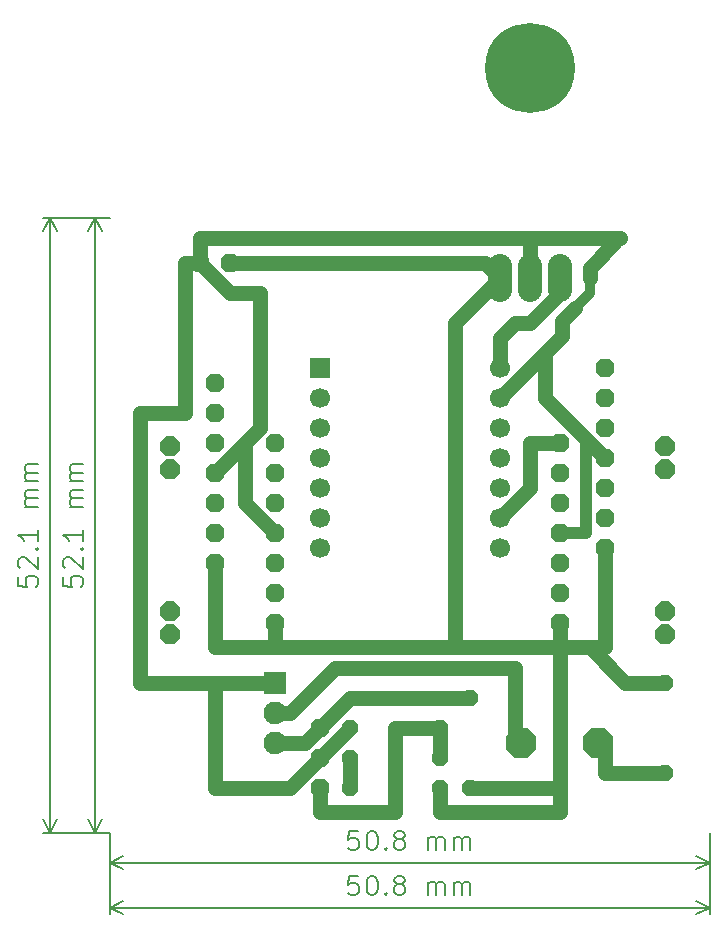
<source format=gbr>
%TF.GenerationSoftware,KiCad,Pcbnew,(6.0.8)*%
%TF.CreationDate,2023-05-05T16:47:41-05:00*%
%TF.ProjectId,MSoRo_v4.0_big_mode_RSC,4d536f52-6f5f-4763-942e-305f6269675f,rev?*%
%TF.SameCoordinates,Original*%
%TF.FileFunction,Copper,L1,Top*%
%TF.FilePolarity,Positive*%
%FSLAX46Y46*%
G04 Gerber Fmt 4.6, Leading zero omitted, Abs format (unit mm)*
G04 Created by KiCad (PCBNEW (6.0.8)) date 2023-05-05 16:47:41*
%MOMM*%
%LPD*%
G01*
G04 APERTURE LIST*
G04 Aperture macros list*
%AMOutline5P*
0 Free polygon, 5 corners , with rotation*
0 The origin of the aperture is its center*
0 number of corners: always 5*
0 $1 to $10 corner X, Y*
0 $11 Rotation angle, in degrees counterclockwise*
0 create outline with 5 corners*
4,1,5,$1,$2,$3,$4,$5,$6,$7,$8,$9,$10,$1,$2,$11*%
%AMOutline6P*
0 Free polygon, 6 corners , with rotation*
0 The origin of the aperture is its center*
0 number of corners: always 6*
0 $1 to $12 corner X, Y*
0 $13 Rotation angle, in degrees counterclockwise*
0 create outline with 6 corners*
4,1,6,$1,$2,$3,$4,$5,$6,$7,$8,$9,$10,$11,$12,$1,$2,$13*%
%AMOutline7P*
0 Free polygon, 7 corners , with rotation*
0 The origin of the aperture is its center*
0 number of corners: always 7*
0 $1 to $14 corner X, Y*
0 $15 Rotation angle, in degrees counterclockwise*
0 create outline with 7 corners*
4,1,7,$1,$2,$3,$4,$5,$6,$7,$8,$9,$10,$11,$12,$13,$14,$1,$2,$15*%
%AMOutline8P*
0 Free polygon, 8 corners , with rotation*
0 The origin of the aperture is its center*
0 number of corners: always 8*
0 $1 to $16 corner X, Y*
0 $17 Rotation angle, in degrees counterclockwise*
0 create outline with 8 corners*
4,1,8,$1,$2,$3,$4,$5,$6,$7,$8,$9,$10,$11,$12,$13,$14,$15,$16,$1,$2,$17*%
G04 Aperture macros list end*
%ADD10C,0.142240*%
%TA.AperFunction,NonConductor*%
%ADD11C,0.142240*%
%TD*%
%TA.AperFunction,NonConductor*%
%ADD12C,0.200000*%
%TD*%
%TA.AperFunction,ComponentPad*%
%ADD13Outline8P,-0.800100X0.331412X-0.331412X0.800100X0.331412X0.800100X0.800100X0.331412X0.800100X-0.331412X0.331412X-0.800100X-0.331412X-0.800100X-0.800100X-0.331412X0.000000*%
%TD*%
%TA.AperFunction,ComponentPad*%
%ADD14C,1.700000*%
%TD*%
%TA.AperFunction,ComponentPad*%
%ADD15R,1.700000X1.700000*%
%TD*%
%TA.AperFunction,ComponentPad*%
%ADD16C,7.620000*%
%TD*%
%TA.AperFunction,ComponentPad*%
%ADD17O,2.032000X4.064000*%
%TD*%
%TA.AperFunction,ComponentPad*%
%ADD18Outline8P,-0.660400X0.273547X-0.273547X0.660400X0.273547X0.660400X0.660400X0.273547X0.660400X-0.273547X0.273547X-0.660400X-0.273547X-0.660400X-0.660400X-0.273547X180.000000*%
%TD*%
%TA.AperFunction,ComponentPad*%
%ADD19Outline8P,-0.660400X0.273547X-0.273547X0.660400X0.273547X0.660400X0.660400X0.273547X0.660400X-0.273547X0.273547X-0.660400X-0.273547X-0.660400X-0.660400X-0.273547X0.000000*%
%TD*%
%TA.AperFunction,ComponentPad*%
%ADD20Outline8P,-0.660400X0.273547X-0.273547X0.660400X0.273547X0.660400X0.660400X0.273547X0.660400X-0.273547X0.273547X-0.660400X-0.273547X-0.660400X-0.660400X-0.273547X270.000000*%
%TD*%
%TA.AperFunction,ComponentPad*%
%ADD21Outline8P,-0.838200X0.347194X-0.347194X0.838200X0.347194X0.838200X0.838200X0.347194X0.838200X-0.347194X0.347194X-0.838200X-0.347194X-0.838200X-0.838200X-0.347194X90.000000*%
%TD*%
%TA.AperFunction,ComponentPad*%
%ADD22Outline8P,-0.660400X0.273547X-0.273547X0.660400X0.273547X0.660400X0.660400X0.273547X0.660400X-0.273547X0.273547X-0.660400X-0.273547X-0.660400X-0.660400X-0.273547X90.000000*%
%TD*%
%TA.AperFunction,ComponentPad*%
%ADD23Outline8P,-1.270000X0.526051X-0.526051X1.270000X0.526051X1.270000X1.270000X0.526051X1.270000X-0.526051X0.526051X-1.270000X-0.526051X-1.270000X-1.270000X-0.526051X0.000000*%
%TD*%
%TA.AperFunction,ComponentPad*%
%ADD24C,1.930400*%
%TD*%
%TA.AperFunction,ComponentPad*%
%ADD25R,1.930400X1.930400*%
%TD*%
%TA.AperFunction,Conductor*%
%ADD26C,1.270000*%
%TD*%
%TA.AperFunction,Conductor*%
%ADD27C,0.812800*%
%TD*%
%TA.AperFunction,Conductor*%
%ADD28C,1.016000*%
%TD*%
G04 APERTURE END LIST*
D10*
D11*
X119157326Y-109365626D02*
X119157326Y-110144560D01*
X119936260Y-110222453D01*
X119858366Y-110144560D01*
X119780473Y-109988773D01*
X119780473Y-109599306D01*
X119858366Y-109443520D01*
X119936260Y-109365626D01*
X120092046Y-109287733D01*
X120481513Y-109287733D01*
X120637300Y-109365626D01*
X120715193Y-109443520D01*
X120793086Y-109599306D01*
X120793086Y-109988773D01*
X120715193Y-110144560D01*
X120637300Y-110222453D01*
X119313113Y-108664586D02*
X119235220Y-108586693D01*
X119157326Y-108430906D01*
X119157326Y-108041440D01*
X119235220Y-107885653D01*
X119313113Y-107807760D01*
X119468900Y-107729866D01*
X119624686Y-107729866D01*
X119858366Y-107807760D01*
X120793086Y-108742480D01*
X120793086Y-107729866D01*
X120637300Y-107028826D02*
X120715193Y-106950933D01*
X120793086Y-107028826D01*
X120715193Y-107106720D01*
X120637300Y-107028826D01*
X120793086Y-107028826D01*
X120793086Y-105393066D02*
X120793086Y-106327786D01*
X120793086Y-105860426D02*
X119157326Y-105860426D01*
X119391006Y-106016213D01*
X119546793Y-106172000D01*
X119624686Y-106327786D01*
X120793086Y-103445733D02*
X119702580Y-103445733D01*
X119858366Y-103445733D02*
X119780473Y-103367840D01*
X119702580Y-103212053D01*
X119702580Y-102978373D01*
X119780473Y-102822586D01*
X119936260Y-102744693D01*
X120793086Y-102744693D01*
X119936260Y-102744693D02*
X119780473Y-102666800D01*
X119702580Y-102511013D01*
X119702580Y-102277333D01*
X119780473Y-102121546D01*
X119936260Y-102043653D01*
X120793086Y-102043653D01*
X120793086Y-101264720D02*
X119702580Y-101264720D01*
X119858366Y-101264720D02*
X119780473Y-101186826D01*
X119702580Y-101031040D01*
X119702580Y-100797360D01*
X119780473Y-100641573D01*
X119936260Y-100563680D01*
X120793086Y-100563680D01*
X119936260Y-100563680D02*
X119780473Y-100485786D01*
X119702580Y-100330000D01*
X119702580Y-100096320D01*
X119780473Y-99940533D01*
X119936260Y-99862640D01*
X120793086Y-99862640D01*
D12*
X123101100Y-131038600D02*
X121244680Y-131038600D01*
X123101100Y-78968600D02*
X121244680Y-78968600D01*
X121831100Y-131038600D02*
X121831100Y-78968600D01*
X121831100Y-131038600D02*
X121831100Y-78968600D01*
X121831100Y-131038600D02*
X122417521Y-129912096D01*
X121831100Y-131038600D02*
X121244679Y-129912096D01*
X121831100Y-78968600D02*
X121244679Y-80095104D01*
X121831100Y-78968600D02*
X122417521Y-80095104D01*
D10*
D11*
X144139073Y-130904826D02*
X143360140Y-130904826D01*
X143282246Y-131683760D01*
X143360140Y-131605866D01*
X143515926Y-131527973D01*
X143905393Y-131527973D01*
X144061180Y-131605866D01*
X144139073Y-131683760D01*
X144216966Y-131839546D01*
X144216966Y-132229013D01*
X144139073Y-132384800D01*
X144061180Y-132462693D01*
X143905393Y-132540586D01*
X143515926Y-132540586D01*
X143360140Y-132462693D01*
X143282246Y-132384800D01*
X145229580Y-130904826D02*
X145385366Y-130904826D01*
X145541153Y-130982720D01*
X145619046Y-131060613D01*
X145696940Y-131216400D01*
X145774833Y-131527973D01*
X145774833Y-131917440D01*
X145696940Y-132229013D01*
X145619046Y-132384800D01*
X145541153Y-132462693D01*
X145385366Y-132540586D01*
X145229580Y-132540586D01*
X145073793Y-132462693D01*
X144995900Y-132384800D01*
X144918006Y-132229013D01*
X144840113Y-131917440D01*
X144840113Y-131527973D01*
X144918006Y-131216400D01*
X144995900Y-131060613D01*
X145073793Y-130982720D01*
X145229580Y-130904826D01*
X146475873Y-132384800D02*
X146553766Y-132462693D01*
X146475873Y-132540586D01*
X146397980Y-132462693D01*
X146475873Y-132384800D01*
X146475873Y-132540586D01*
X147488486Y-131605866D02*
X147332700Y-131527973D01*
X147254806Y-131450080D01*
X147176913Y-131294293D01*
X147176913Y-131216400D01*
X147254806Y-131060613D01*
X147332700Y-130982720D01*
X147488486Y-130904826D01*
X147800060Y-130904826D01*
X147955846Y-130982720D01*
X148033740Y-131060613D01*
X148111633Y-131216400D01*
X148111633Y-131294293D01*
X148033740Y-131450080D01*
X147955846Y-131527973D01*
X147800060Y-131605866D01*
X147488486Y-131605866D01*
X147332700Y-131683760D01*
X147254806Y-131761653D01*
X147176913Y-131917440D01*
X147176913Y-132229013D01*
X147254806Y-132384800D01*
X147332700Y-132462693D01*
X147488486Y-132540586D01*
X147800060Y-132540586D01*
X147955846Y-132462693D01*
X148033740Y-132384800D01*
X148111633Y-132229013D01*
X148111633Y-131917440D01*
X148033740Y-131761653D01*
X147955846Y-131683760D01*
X147800060Y-131605866D01*
X150058966Y-132540586D02*
X150058966Y-131450080D01*
X150058966Y-131605866D02*
X150136860Y-131527973D01*
X150292646Y-131450080D01*
X150526326Y-131450080D01*
X150682113Y-131527973D01*
X150760006Y-131683760D01*
X150760006Y-132540586D01*
X150760006Y-131683760D02*
X150837900Y-131527973D01*
X150993686Y-131450080D01*
X151227366Y-131450080D01*
X151383153Y-131527973D01*
X151461046Y-131683760D01*
X151461046Y-132540586D01*
X152239980Y-132540586D02*
X152239980Y-131450080D01*
X152239980Y-131605866D02*
X152317873Y-131527973D01*
X152473660Y-131450080D01*
X152707340Y-131450080D01*
X152863126Y-131527973D01*
X152941020Y-131683760D01*
X152941020Y-132540586D01*
X152941020Y-131683760D02*
X153018913Y-131527973D01*
X153174700Y-131450080D01*
X153408380Y-131450080D01*
X153564166Y-131527973D01*
X153642060Y-131683760D01*
X153642060Y-132540586D01*
D12*
X123101100Y-131038600D02*
X123101100Y-134165020D01*
X173901100Y-131038600D02*
X173901100Y-134165020D01*
X123101100Y-133578600D02*
X173901100Y-133578600D01*
X123101100Y-133578600D02*
X173901100Y-133578600D01*
X123101100Y-133578600D02*
X124227604Y-134165021D01*
X123101100Y-133578600D02*
X124227604Y-132992179D01*
X173901100Y-133578600D02*
X172774596Y-132992179D01*
X173901100Y-133578600D02*
X172774596Y-134165021D01*
D10*
D11*
X115347326Y-109365626D02*
X115347326Y-110144560D01*
X116126260Y-110222453D01*
X116048366Y-110144560D01*
X115970473Y-109988773D01*
X115970473Y-109599306D01*
X116048366Y-109443520D01*
X116126260Y-109365626D01*
X116282046Y-109287733D01*
X116671513Y-109287733D01*
X116827300Y-109365626D01*
X116905193Y-109443520D01*
X116983086Y-109599306D01*
X116983086Y-109988773D01*
X116905193Y-110144560D01*
X116827300Y-110222453D01*
X115503113Y-108664586D02*
X115425220Y-108586693D01*
X115347326Y-108430906D01*
X115347326Y-108041440D01*
X115425220Y-107885653D01*
X115503113Y-107807760D01*
X115658900Y-107729866D01*
X115814686Y-107729866D01*
X116048366Y-107807760D01*
X116983086Y-108742480D01*
X116983086Y-107729866D01*
X116827300Y-107028826D02*
X116905193Y-106950933D01*
X116983086Y-107028826D01*
X116905193Y-107106720D01*
X116827300Y-107028826D01*
X116983086Y-107028826D01*
X116983086Y-105393066D02*
X116983086Y-106327786D01*
X116983086Y-105860426D02*
X115347326Y-105860426D01*
X115581006Y-106016213D01*
X115736793Y-106172000D01*
X115814686Y-106327786D01*
X116983086Y-103445733D02*
X115892580Y-103445733D01*
X116048366Y-103445733D02*
X115970473Y-103367840D01*
X115892580Y-103212053D01*
X115892580Y-102978373D01*
X115970473Y-102822586D01*
X116126260Y-102744693D01*
X116983086Y-102744693D01*
X116126260Y-102744693D02*
X115970473Y-102666800D01*
X115892580Y-102511013D01*
X115892580Y-102277333D01*
X115970473Y-102121546D01*
X116126260Y-102043653D01*
X116983086Y-102043653D01*
X116983086Y-101264720D02*
X115892580Y-101264720D01*
X116048366Y-101264720D02*
X115970473Y-101186826D01*
X115892580Y-101031040D01*
X115892580Y-100797360D01*
X115970473Y-100641573D01*
X116126260Y-100563680D01*
X116983086Y-100563680D01*
X116126260Y-100563680D02*
X115970473Y-100485786D01*
X115892580Y-100330000D01*
X115892580Y-100096320D01*
X115970473Y-99940533D01*
X116126260Y-99862640D01*
X116983086Y-99862640D01*
D12*
X123101100Y-131038600D02*
X117434680Y-131038600D01*
X123101100Y-78968600D02*
X117434680Y-78968600D01*
X118021100Y-131038600D02*
X118021100Y-78968600D01*
X118021100Y-131038600D02*
X118021100Y-78968600D01*
X118021100Y-131038600D02*
X118607521Y-129912096D01*
X118021100Y-131038600D02*
X117434679Y-129912096D01*
X118021100Y-78968600D02*
X117434679Y-80095104D01*
X118021100Y-78968600D02*
X118607521Y-80095104D01*
D10*
D11*
X144139073Y-134714826D02*
X143360140Y-134714826D01*
X143282246Y-135493760D01*
X143360140Y-135415866D01*
X143515926Y-135337973D01*
X143905393Y-135337973D01*
X144061180Y-135415866D01*
X144139073Y-135493760D01*
X144216966Y-135649546D01*
X144216966Y-136039013D01*
X144139073Y-136194800D01*
X144061180Y-136272693D01*
X143905393Y-136350586D01*
X143515926Y-136350586D01*
X143360140Y-136272693D01*
X143282246Y-136194800D01*
X145229580Y-134714826D02*
X145385366Y-134714826D01*
X145541153Y-134792720D01*
X145619046Y-134870613D01*
X145696940Y-135026400D01*
X145774833Y-135337973D01*
X145774833Y-135727440D01*
X145696940Y-136039013D01*
X145619046Y-136194800D01*
X145541153Y-136272693D01*
X145385366Y-136350586D01*
X145229580Y-136350586D01*
X145073793Y-136272693D01*
X144995900Y-136194800D01*
X144918006Y-136039013D01*
X144840113Y-135727440D01*
X144840113Y-135337973D01*
X144918006Y-135026400D01*
X144995900Y-134870613D01*
X145073793Y-134792720D01*
X145229580Y-134714826D01*
X146475873Y-136194800D02*
X146553766Y-136272693D01*
X146475873Y-136350586D01*
X146397980Y-136272693D01*
X146475873Y-136194800D01*
X146475873Y-136350586D01*
X147488486Y-135415866D02*
X147332700Y-135337973D01*
X147254806Y-135260080D01*
X147176913Y-135104293D01*
X147176913Y-135026400D01*
X147254806Y-134870613D01*
X147332700Y-134792720D01*
X147488486Y-134714826D01*
X147800060Y-134714826D01*
X147955846Y-134792720D01*
X148033740Y-134870613D01*
X148111633Y-135026400D01*
X148111633Y-135104293D01*
X148033740Y-135260080D01*
X147955846Y-135337973D01*
X147800060Y-135415866D01*
X147488486Y-135415866D01*
X147332700Y-135493760D01*
X147254806Y-135571653D01*
X147176913Y-135727440D01*
X147176913Y-136039013D01*
X147254806Y-136194800D01*
X147332700Y-136272693D01*
X147488486Y-136350586D01*
X147800060Y-136350586D01*
X147955846Y-136272693D01*
X148033740Y-136194800D01*
X148111633Y-136039013D01*
X148111633Y-135727440D01*
X148033740Y-135571653D01*
X147955846Y-135493760D01*
X147800060Y-135415866D01*
X150058966Y-136350586D02*
X150058966Y-135260080D01*
X150058966Y-135415866D02*
X150136860Y-135337973D01*
X150292646Y-135260080D01*
X150526326Y-135260080D01*
X150682113Y-135337973D01*
X150760006Y-135493760D01*
X150760006Y-136350586D01*
X150760006Y-135493760D02*
X150837900Y-135337973D01*
X150993686Y-135260080D01*
X151227366Y-135260080D01*
X151383153Y-135337973D01*
X151461046Y-135493760D01*
X151461046Y-136350586D01*
X152239980Y-136350586D02*
X152239980Y-135260080D01*
X152239980Y-135415866D02*
X152317873Y-135337973D01*
X152473660Y-135260080D01*
X152707340Y-135260080D01*
X152863126Y-135337973D01*
X152941020Y-135493760D01*
X152941020Y-136350586D01*
X152941020Y-135493760D02*
X153018913Y-135337973D01*
X153174700Y-135260080D01*
X153408380Y-135260080D01*
X153564166Y-135337973D01*
X153642060Y-135493760D01*
X153642060Y-136350586D01*
D12*
X123101100Y-131038600D02*
X123101100Y-137975020D01*
X173901100Y-131038600D02*
X173901100Y-137975020D01*
X123101100Y-137388600D02*
X173901100Y-137388600D01*
X123101100Y-137388600D02*
X173901100Y-137388600D01*
X123101100Y-137388600D02*
X124227604Y-137975021D01*
X123101100Y-137388600D02*
X124227604Y-136802179D01*
X173901100Y-137388600D02*
X172774596Y-136802179D01*
X173901100Y-137388600D02*
X172774596Y-137975021D01*
D13*
%TO.P,PAD1,1*%
%TO.N,VCC*%
X165011100Y-106908600D03*
%TD*%
%TO.P,PAD10,1*%
%TO.N,VCCM3*%
X161201100Y-108178600D03*
%TD*%
%TO.P,PAD11,1*%
%TO.N,GND*%
X161201100Y-105638600D03*
%TD*%
%TO.P,PAD12,1*%
%TO.N,GNDM3*%
X161201100Y-103098600D03*
%TD*%
%TO.P,PAD13,1*%
%TO.N,IN6*%
X161201100Y-100558600D03*
%TD*%
%TO.P,PAD14,1*%
%TO.N,IN5*%
X161201100Y-98018600D03*
%TD*%
%TO.P,PAD15,1*%
%TO.N,VCC*%
X137071100Y-113258600D03*
%TD*%
%TO.P,PAD16,1*%
%TO.N,N/C*%
X137071100Y-110718600D03*
%TD*%
%TO.P,PAD17,1*%
%TO.N,VCCM2*%
X137071100Y-108178600D03*
%TD*%
%TO.P,PAD18,1*%
%TO.N,GND*%
X137071100Y-105638600D03*
%TD*%
%TO.P,PAD19,1*%
%TO.N,GNDM2*%
X137071100Y-103098600D03*
%TD*%
%TO.P,PAD2,1*%
%TO.N,N/C*%
X165011100Y-104368600D03*
%TD*%
%TO.P,PAD20,1*%
%TO.N,IN4*%
X137071100Y-100558600D03*
%TD*%
%TO.P,PAD21,1*%
%TO.N,IN3*%
X137071100Y-98018600D03*
%TD*%
%TO.P,PAD22,1*%
%TO.N,VCC*%
X131991100Y-108178600D03*
%TD*%
%TO.P,PAD23,1*%
%TO.N,N/C*%
X131991100Y-105638600D03*
%TD*%
%TO.P,PAD24,1*%
%TO.N,VCCM1*%
X131991100Y-103098600D03*
%TD*%
%TO.P,PAD25,1*%
%TO.N,GND*%
X131991100Y-100558600D03*
%TD*%
%TO.P,PAD26,1*%
%TO.N,GNDM1*%
X131991100Y-98018600D03*
%TD*%
%TO.P,PAD27,1*%
%TO.N,IN2*%
X131991100Y-95478600D03*
%TD*%
%TO.P,PAD28,1*%
%TO.N,IN1*%
X131991100Y-92938600D03*
%TD*%
%TO.P,PAD3,1*%
%TO.N,VCCM4*%
X165011100Y-101828600D03*
%TD*%
%TO.P,PAD37,1*%
%TO.N,VCC*%
X133261100Y-82778600D03*
%TD*%
%TO.P,PAD38,1*%
%TO.N,GND*%
X130721100Y-82778600D03*
%TD*%
%TO.P,PAD4,1*%
%TO.N,GND*%
X165011100Y-99288600D03*
%TD*%
%TO.P,PAD5,1*%
%TO.N,GNDM4*%
X165011100Y-96748600D03*
%TD*%
%TO.P,PAD6,1*%
%TO.N,IN8*%
X165011100Y-94208600D03*
%TD*%
%TO.P,PAD7,1*%
%TO.N,IN7*%
X165011100Y-91668600D03*
%TD*%
%TO.P,PAD8,1*%
%TO.N,VCC*%
X161201100Y-113258600D03*
%TD*%
%TO.P,PAD9,1*%
%TO.N,N/C*%
X161201100Y-110718600D03*
%TD*%
D14*
%TO.P,U1,14*%
%TO.N,VCC5V*%
X156121100Y-91668600D03*
%TO.P,U1,13*%
%TO.N,GND*%
X156121100Y-94208600D03*
%TO.P,U1,12*%
%TO.N,N/C*%
X156121100Y-96748600D03*
%TO.P,U1,11*%
%TO.N,IN7*%
X156121100Y-99288600D03*
%TO.P,U1,10*%
%TO.N,IN8*%
X156121100Y-101828600D03*
%TO.P,U1,9*%
%TO.N,IN5*%
X156121100Y-104368600D03*
%TO.P,U1,8*%
%TO.N,IN6*%
X156121100Y-106908600D03*
%TO.P,U1,7*%
%TO.N,N/C*%
X140881100Y-106908600D03*
%TO.P,U1,6*%
%TO.N,SCL*%
X140881100Y-104368600D03*
%TO.P,U1,5*%
%TO.N,SDA*%
X140881100Y-101828600D03*
%TO.P,U1,4*%
%TO.N,IN4*%
X140881100Y-99288600D03*
%TO.P,U1,3*%
%TO.N,IN3*%
X140881100Y-96748600D03*
%TO.P,U1,2*%
%TO.N,IN2*%
X140881100Y-94208600D03*
D15*
%TO.P,U1,1*%
%TO.N,IN1*%
X140881100Y-91668600D03*
%TD*%
D16*
%TO.P,U2,HEAT*%
%TO.N,GND*%
X158661100Y-66268600D03*
D17*
%TO.P,U2,3*%
%TO.N,VCC5V*%
X161201100Y-84048600D03*
%TO.P,U2,2*%
%TO.N,GND*%
X158661100Y-84048600D03*
%TO.P,U2,1*%
%TO.N,VCC*%
X156121100Y-84048600D03*
%TD*%
D13*
%TO.P,PAD39,1*%
%TO.N,VOUT*%
X140881100Y-122148600D03*
%TD*%
%TO.P,PAD40,1*%
%TO.N,GND*%
X140881100Y-124688600D03*
%TD*%
%TO.P,PAD41,1*%
%TO.N,REFV*%
X140881100Y-127228600D03*
%TD*%
D18*
%TO.P,R1,2*%
%TO.N,GND*%
X143421100Y-122148600D03*
%TO.P,R1,1*%
%TO.N,REFV*%
X151041100Y-122148600D03*
%TD*%
D19*
%TO.P,R2,2*%
%TO.N,VCC*%
X151041100Y-127228600D03*
%TO.P,R2,1*%
%TO.N,SERIES*%
X143421100Y-127228600D03*
%TD*%
%TO.P,R3,2*%
%TO.N,REFV*%
X151041100Y-124688600D03*
%TO.P,R3,1*%
%TO.N,SERIES*%
X143421100Y-124688600D03*
%TD*%
D20*
%TO.P,R4,2*%
%TO.N,VCC*%
X153581100Y-127228600D03*
%TO.P,R4,1*%
%TO.N,VOUT*%
X153581100Y-119608600D03*
%TD*%
D21*
%TO.P,P1,1*%
%TO.N,GNDM1*%
X128181100Y-98288600D03*
%TO.P,P1,2*%
%TO.N,VCCM1*%
X128181100Y-100288600D03*
%TD*%
%TO.P,P2,1*%
%TO.N,GNDM2*%
X128181100Y-112258600D03*
%TO.P,P2,2*%
%TO.N,VCCM2*%
X128181100Y-114258600D03*
%TD*%
%TO.P,P3,1*%
%TO.N,GNDM3*%
X170091100Y-112258600D03*
%TO.P,P3,2*%
%TO.N,VCCM3*%
X170091100Y-114258600D03*
%TD*%
%TO.P,P4,1*%
%TO.N,GNDM4*%
X170091100Y-98288600D03*
%TO.P,P4,2*%
%TO.N,VCCM4*%
X170091100Y-100288600D03*
%TD*%
D22*
%TO.P,R5,2*%
%TO.N,VCC*%
X170091100Y-118338600D03*
%TO.P,R5,1*%
%TO.N,BPOS*%
X170091100Y-125958600D03*
%TD*%
D23*
%TO.P,SP1,2*%
%TO.N,BPOS*%
X164452300Y-123418600D03*
%TO.P,SP1,1*%
%TO.N,DRAIN*%
X157949900Y-123418600D03*
%TD*%
D24*
%TO.P,Q1,3*%
%TO.N,VOUT*%
X137071100Y-123418600D03*
%TO.P,Q1,2*%
%TO.N,DRAIN*%
X137071100Y-120878600D03*
D25*
%TO.P,Q1,1*%
%TO.N,GND*%
X137071100Y-118338600D03*
%TD*%
D26*
%TO.N,DRAIN*%
X138341100Y-120878600D02*
X137071100Y-120878600D01*
X142151100Y-117068600D02*
X138341100Y-120878600D01*
X157391100Y-117068600D02*
X142151100Y-117068600D01*
X157391100Y-122859800D02*
X157391100Y-117068600D01*
X157949900Y-123418600D02*
X157391100Y-122859800D01*
%TO.N,BPOS*%
X165011100Y-125958600D02*
X170091100Y-125958600D01*
X165011100Y-123977400D02*
X165011100Y-125958600D01*
X164452300Y-123418600D02*
X165011100Y-123977400D01*
%TO.N,SERIES*%
X143421100Y-124688600D02*
X143421100Y-127228600D01*
%TO.N,REFV*%
X147231100Y-122148600D02*
X151041100Y-122148600D01*
X147231100Y-129311400D02*
X147231100Y-122148600D01*
X140881100Y-129311400D02*
X147231100Y-129311400D01*
X140881100Y-127228600D02*
X140881100Y-129311400D01*
X151041100Y-122148600D02*
X151041100Y-124688600D01*
%TO.N,VOUT*%
X139611100Y-123418600D02*
X140881100Y-122148600D01*
X137071100Y-123418600D02*
X139611100Y-123418600D01*
X143421100Y-119608600D02*
X140881100Y-122148600D01*
X153581100Y-119608600D02*
X143421100Y-119608600D01*
%TO.N,VCC5V*%
X161201100Y-85318600D02*
X161201100Y-84048600D01*
X158661100Y-87858600D02*
X161201100Y-85318600D01*
X157391100Y-87858600D02*
X158661100Y-87858600D01*
X156121100Y-89128600D02*
X157391100Y-87858600D01*
X156121100Y-91668600D02*
X156121100Y-89128600D01*
%TO.N,IN5*%
X158661100Y-98018600D02*
X161201100Y-98018600D01*
X158661100Y-101828600D02*
X158661100Y-98018600D01*
X156121100Y-104368600D02*
X158661100Y-101828600D01*
%TO.N,VCC*%
X161201100Y-127228600D02*
X153581100Y-127228600D01*
X151041100Y-129311400D02*
X151041100Y-127228600D01*
X161201100Y-129311400D02*
X151041100Y-129311400D01*
X161201100Y-127228600D02*
X161201100Y-129311400D01*
X161201100Y-115341400D02*
X161201100Y-127228600D01*
X154851100Y-82778600D02*
X156121100Y-84048600D01*
X133261100Y-82778600D02*
X154851100Y-82778600D01*
X166738300Y-118338600D02*
X163741100Y-115341400D01*
X170091100Y-118338600D02*
X166738300Y-118338600D01*
X152311100Y-115341400D02*
X152311100Y-87858600D01*
X165011100Y-115341400D02*
X165011100Y-106908600D01*
X163741100Y-115341400D02*
X165011100Y-115341400D01*
X161201100Y-115341400D02*
X163741100Y-115341400D01*
X152311100Y-115341400D02*
X161201100Y-115341400D01*
X161201100Y-113258600D02*
X161201100Y-115341400D01*
X137071100Y-115341400D02*
X131991100Y-115341400D01*
X131991100Y-115341400D02*
X131991100Y-108178600D01*
X137071100Y-113258600D02*
X137071100Y-115341400D01*
X152311100Y-115341400D02*
X137071100Y-115341400D01*
X152311100Y-87858600D02*
X156121100Y-84048600D01*
%TO.N,GND*%
X129451100Y-82778600D02*
X130721100Y-82778600D01*
X129451100Y-95478600D02*
X129451100Y-82778600D01*
X125641100Y-95478600D02*
X129451100Y-95478600D01*
X125641100Y-118338600D02*
X125641100Y-95478600D01*
X131991100Y-127228600D02*
X131991100Y-118338600D01*
X138341100Y-127228600D02*
X131991100Y-127228600D01*
X140881100Y-124688600D02*
X138341100Y-127228600D01*
X143421100Y-122148600D02*
X140881100Y-124688600D01*
X131991100Y-118338600D02*
X125641100Y-118338600D01*
X137071100Y-118338600D02*
X131991100Y-118338600D01*
X165823900Y-81153000D02*
X165823900Y-80695800D01*
X163741100Y-83235800D02*
X165823900Y-81153000D01*
X163741100Y-84048600D02*
X163741100Y-83235800D01*
D27*
X163741100Y-85318600D02*
X163741100Y-84048600D01*
X162471100Y-86588600D02*
X163741100Y-85318600D01*
D26*
X161353500Y-87706200D02*
X162471100Y-86588600D01*
X133261100Y-85318600D02*
X135801100Y-85318600D01*
X130721100Y-82778600D02*
X133261100Y-85318600D01*
X161353500Y-88976200D02*
X161353500Y-87706200D01*
X159931100Y-90398600D02*
X161353500Y-88976200D01*
D28*
X163423600Y-105638600D02*
X163423600Y-97701100D01*
X161201100Y-105638600D02*
X163423600Y-105638600D01*
D26*
X163423600Y-97701100D02*
X159931100Y-94208600D01*
X165011100Y-99288600D02*
X163423600Y-97701100D01*
X159931100Y-94208600D02*
X159931100Y-90398600D01*
X156121100Y-94208600D02*
X159931100Y-90398600D01*
X165823900Y-80695800D02*
X166281100Y-80695800D01*
X158661100Y-80695800D02*
X165823900Y-80695800D01*
X158661100Y-80695800D02*
X158661100Y-84048600D01*
X130721100Y-80695800D02*
X158661100Y-80695800D01*
X134531100Y-103098600D02*
X134531100Y-98018600D01*
X137071100Y-105638600D02*
X134531100Y-103098600D01*
X135801100Y-85318600D02*
X135801100Y-96748600D01*
X134531100Y-98018600D02*
X131991100Y-100558600D01*
X135801100Y-96748600D02*
X134531100Y-98018600D01*
X130721100Y-82778600D02*
X130721100Y-80695800D01*
%TD*%
M02*

</source>
